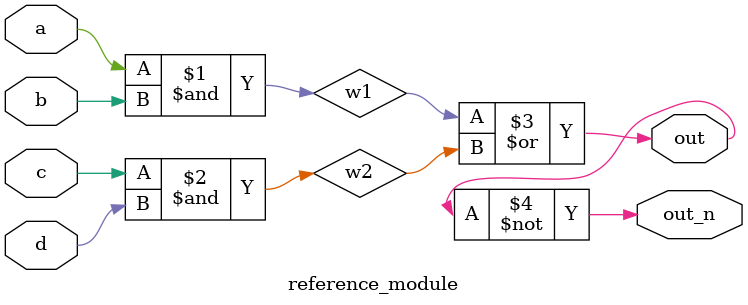
<source format=sv>
module reference_module (
	input a,
	input b,
	input c,
	input d,
	output out,
	output out_n );
	
	wire w1, w2;
	assign w1 = a&b;
	assign w2 = c&d;
	assign out = w1|w2;
	assign out_n = ~out;
	
endmodule

</source>
